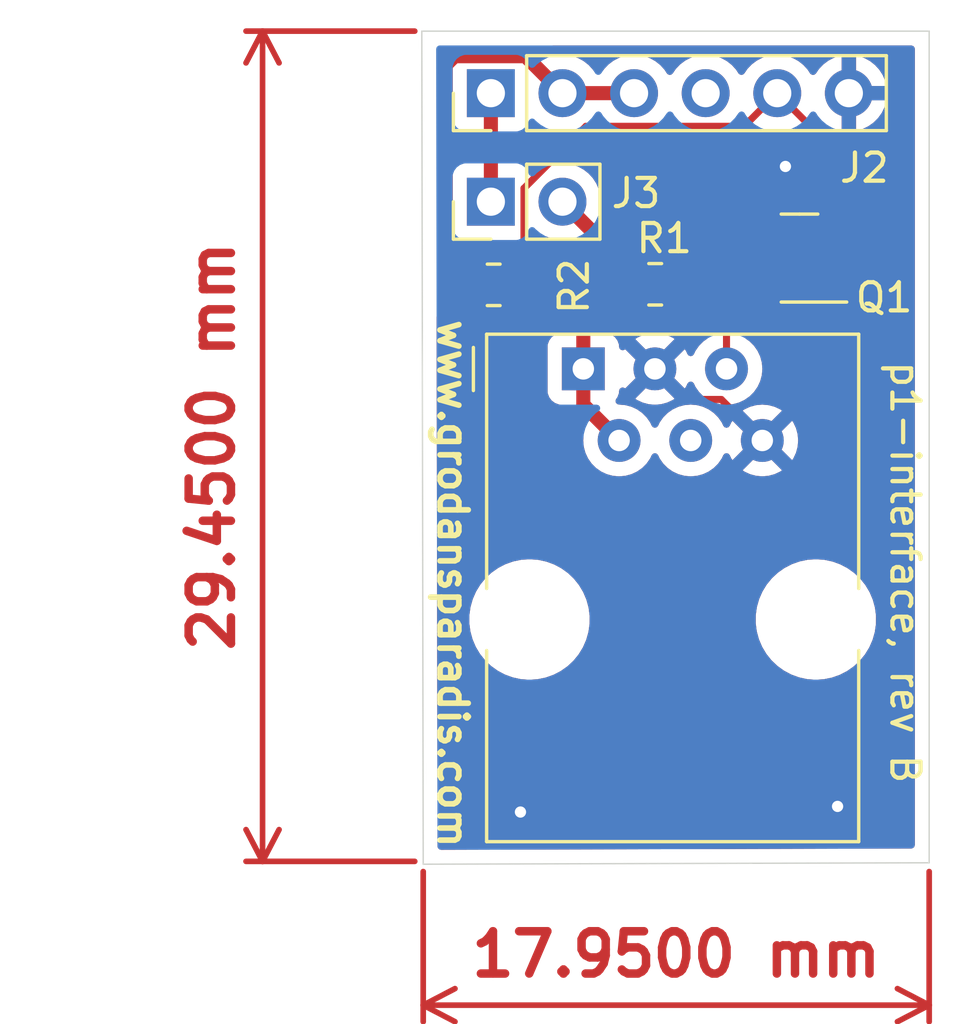
<source format=kicad_pcb>
(kicad_pcb (version 20211014) (generator pcbnew)
  (layers (0 "F.Cu" signal) (31 "B.Cu" signal) (34 "B.Paste" user) (35 "F.Paste" user) (36 "B.SilkS" user "B.Silkscreen") (37 "F.SilkS" user "F.Silkscreen") (38 "B.Mask" user) (39 "F.Mask" user) (44 "Edge.Cuts" user))
  (net 0 "")
  (net 1 "+5V")
  (net 2 "GND")
  (net 4 "Net-(J1-Pad5)")
  (net 5 "Net-(J2-Pad1)")
  (net 6 "+3V3")
  (net 8 "/rx")
  (footprint "Connector_PinHeader_2.54mm:PinHeader_1x06_P2.54mm_Vertical" (layer "F.Cu") (at 128.75 62.75 90)
    (fp_text reference "J2" (at -2.65 13.25 180) (layer "F.SilkS"))
    (fp_text value "Conn_01x06" hide)
    (fp_line (start -1.33 14.03) (end 1.33 14.03) (layer "F.SilkS") (width 0.12))
    (fp_line (start -1.33 1.27) (end 1.33 1.27) (layer "F.SilkS") (width 0.12))
    (fp_line (start -1.33 0) (end -1.33 -1.33) (layer "F.SilkS") (width 0.12))
    (fp_line (start -1.33 1.27) (end -1.33 14.03) (layer "F.SilkS") (width 0.12))
    (fp_line (start 1.33 1.27) (end 1.33 14.03) (layer "F.SilkS") (width 0.12))
    (fp_line (start -1.33 -1.33) (end 0 -1.33) (layer "F.SilkS") (width 0.12))
    (pad "1" thru_hole rect (at 0 0 90) (size 1.7 1.7) (drill 1) (layers *.Cu *.Mask) (net 5 "Net-(J2-Pad1)"))
    (pad "2" thru_hole oval (at 0 2.54 90) (size 1.7 1.7) (drill 1) (layers *.Cu *.Mask) (net 6 "+3V3"))
    (pad "3" thru_hole oval (at 0 5.08 90) (size 1.7 1.7) (drill 1) (layers *.Cu *.Mask) (net 6 "+3V3"))
    (pad "4" thru_hole oval (at 0 7.62 90) (size 1.7 1.7) (drill 1) (layers *.Cu *.Mask))
    (pad "5" thru_hole oval (at 0 10.16 90) (size 1.7 1.7) (drill 1) (layers *.Cu *.Mask) (net 8 "/rx"))
    (pad "6" thru_hole oval (at 0 12.7 90) (size 1.7 1.7) (drill 1) (layers *.Cu *.Mask) (net 2 "GND"))
  )
  (footprint "Connector_RJ:RJ12_Amphenol_54601" (layer "F.Cu") (at 132.03 72.53)
    (fp_text reference "J1" hide)
    (fp_text value "P1 Connector" hide)
    (fp_line (start -3.9 0.77) (end -3.9 -0.76) (layer "F.SilkS") (width 0.12))
    (fp_line (start -3.43 7.72) (end -3.43 7.79) (layer "F.SilkS") (width 0.1))
    (fp_line (start 9.77 16.65) (end 9.77 16.77) (layer "F.SilkS") (width 0.1))
    (fp_line (start 9.77 16.77) (end -3.43 16.77) (layer "F.SilkS") (width 0.12))
    (fp_line (start -3.43 7.79) (end -3.43 -1.23) (layer "F.SilkS") (width 0.12))
    (fp_line (start -3.43 -1.23) (end 9.77 -1.23) (layer "F.SilkS") (width 0.12))
    (fp_line (start 9.77 -1.23) (end 9.77 7.79) (layer "F.SilkS") (width 0.12))
    (fp_line (start -3.43 16.77) (end -3.43 9.99) (layer "F.SilkS") (width 0.12))
    (fp_line (start 9.77 16.76) (end 9.77 16.77) (layer "F.SilkS") (width 0.1))
    (fp_line (start 9.77 16.77) (end 9.77 9.99) (layer "F.SilkS") (width 0.12))
    (pad "" np_thru_hole circle (at 8.25 8.89) (size 3.25 3.25) (drill 3.25) (layers *.Cu *.Mask))
    (pad "" np_thru_hole circle (at -1.91 8.89) (size 3.25 3.25) (drill 3.25) (layers *.Cu *.Mask))
    (pad "1" thru_hole rect (at 0 0) (size 1.52 1.52) (drill 0.76) (layers *.Cu *.Mask) (net 1 "+5V"))
    (pad "2" thru_hole circle (at 1.27 2.54) (size 1.52 1.52) (drill 0.76) (layers *.Cu *.Mask) (net 1 "+5V"))
    (pad "3" thru_hole circle (at 2.54 0) (size 1.52 1.52) (drill 0.76) (layers *.Cu *.Mask) (net 2 "GND"))
    (pad "4" thru_hole circle (at 3.81 2.54) (size 1.52 1.52) (drill 0.76) (layers *.Cu *.Mask))
    (pad "5" thru_hole circle (at 5.08 0) (size 1.52 1.52) (drill 0.76) (layers *.Cu *.Mask) (net 4 "Net-(J1-Pad5)"))
    (pad "6" thru_hole circle (at 6.35 2.54) (size 1.52 1.52) (drill 0.76) (layers *.Cu *.Mask) (net 2 "GND"))
  )
  (footprint "Package_TO_SOT_SMD:SOT-23" (layer "F.Cu") (at 139.7 68.6 180)
    (fp_text reference "Q1" (at -3 -1.4 180) (layer "F.SilkS"))
    (fp_text value "BC847" hide)
    (fp_line (start 0 -1.56) (end 0.65 -1.56) (layer "F.SilkS") (width 0.12))
    (fp_line (start 0 1.56) (end -0.65 1.56) (layer "F.SilkS") (width 0.12))
    (fp_line (start 0 1.56) (end 0.65 1.56) (layer "F.SilkS") (width 0.12))
    (fp_line (start 0 -1.56) (end -1.675 -1.56) (layer "F.SilkS") (width 0.12))
    (pad "1" smd roundrect (at -0.9375 -0.95 180) (size 1.475 0.6) (layers "F.Cu" "F.Paste" "F.Mask") (net 4 "Net-(J1-Pad5)"))
    (pad "2" smd roundrect (at -0.9375 0.95 180) (size 1.475 0.6) (layers "F.Cu" "F.Paste" "F.Mask") (net 2 "GND"))
    (pad "3" smd roundrect (at 0.9375 0 180) (size 1.475 0.6) (layers "F.Cu" "F.Paste" "F.Mask") (net 8 "/rx"))
  )
  (footprint "Resistor_SMD:R_0805_2012Metric_Pad1.20x1.40mm_HandSolder" (layer "F.Cu") (at 134.58 69.53 180)
    (fp_text reference "R1" (at -0.32 1.63) (layer "F.SilkS"))
    (fp_text value "4k7" hide)
    (fp_line (start -0.227064 0.735) (end 0.227064 0.735) (layer "F.SilkS") (width 0.12))
    (fp_line (start -0.227064 -0.735) (end 0.227064 -0.735) (layer "F.SilkS") (width 0.12))
    (pad "1" smd roundrect (at -1 0 180) (size 1.2 1.4) (layers "F.Cu" "F.Paste" "F.Mask") (roundrect_rratio 0.2083333333) (net 4 "Net-(J1-Pad5)"))
    (pad "2" smd roundrect (at 1 0 180) (size 1.2 1.4) (layers "F.Cu" "F.Paste" "F.Mask") (roundrect_rratio 0.2083333333) (net 1 "+5V"))
  )
  (footprint "Connector_PinHeader_2.54mm:PinHeader_1x02_P2.54mm_Vertical" (layer "F.Cu") (at 128.75 66.6 90)
    (fp_text reference "J3" (at 0.3 5.15 180) (layer "F.SilkS"))
    (fp_text value "Conn_01x02" hide)
    (fp_line (start 1.33 1.27) (end 1.33 3.87) (layer "F.SilkS") (width 0.12))
    (fp_line (start -1.33 0) (end -1.33 -1.33) (layer "F.SilkS") (width 0.12))
    (fp_line (start -1.33 3.87) (end 1.33 3.87) (layer "F.SilkS") (width 0.12))
    (fp_line (start -1.33 1.27) (end -1.33 3.87) (layer "F.SilkS") (width 0.12))
    (fp_line (start -1.33 -1.33) (end 0 -1.33) (layer "F.SilkS") (width 0.12))
    (fp_line (start -1.33 1.27) (end 1.33 1.27) (layer "F.SilkS") (width 0.12))
    (pad "1" thru_hole rect (at 0 0 90) (size 1.7 1.7) (drill 1) (layers *.Cu *.Mask) (net 5 "Net-(J2-Pad1)"))
    (pad "2" thru_hole oval (at 0 2.54 90) (size 1.7 1.7) (drill 1) (layers *.Cu *.Mask) (net 1 "+5V"))
  )
  (footprint "Resistor_SMD:R_0805_2012Metric_Pad1.20x1.40mm_HandSolder" (layer "F.Cu") (at 128.85 69.55 180)
    (fp_text reference "R2" (at -2.85 -0.05 90) (layer "F.SilkS"))
    (fp_text value "10k" hide)
    (fp_line (start -0.227064 0.735) (end 0.227064 0.735) (layer "F.SilkS") (width 0.12))
    (fp_line (start -0.227064 -0.735) (end 0.227064 -0.735) (layer "F.SilkS") (width 0.12))
    (pad "1" smd roundrect (at -1 0 180) (size 1.2 1.4) (layers "F.Cu" "F.Paste" "F.Mask") (roundrect_rratio 0.2083333333) (net 8 "/rx"))
    (pad "2" smd roundrect (at 1 0 180) (size 1.2 1.4) (layers "F.Cu" "F.Paste" "F.Mask") (roundrect_rratio 0.2083333333) (net 6 "+3V3"))
  )
  (gr_line (start 126.35 90.1) (end 144.3 90.05) (layer "Edge.Cuts") (width 0.05))
  (gr_line (start 144.3 60.55) (end 126.3 60.55) (layer "Edge.Cuts") (width 0.05))
  (gr_line (start 144.3 90.05) (end 144.3 60.55) (layer "Edge.Cuts") (width 0.05))
  (gr_line (start 126.3 60.55) (end 126.35 90.1) (layer "Edge.Cuts") (width 0.05))
  (gr_text "www.grodansparadis.com" (at 127.4 80.15 -90) (layer "F.SilkS") (effects (font (size 1 1) (thickness 0.2))))
  (gr_text "p1-interface, rev B" (at 143.45 79.75 270) (layer "F.SilkS") (effects (font (size 1 1))))
  (dimension (type aligned) (layer "F.Cu") (pts (xy 126.35 89.861162) (xy 144.3 89.861162)) (height 5.238838) (gr_text "17,9500 mm" (at 135.325 93.3) (layer "F.Cu") (effects (font (size 1.5 1.5) (thickness 0.3)))) (format (units 3) (units_format 1) (precision 4)) (style (thickness 0.2) (arrow_length 1.27) (text_position_mode 0) (extension_height 0.58642) (extension_offset 0.5) keep_text_aligned))
  (dimension (type aligned) (layer "F.Cu") (pts (xy 126.549926 90) (xy 126.549926 60.55)) (height -5.899926) (gr_text "29,4500 mm" (at 118.85 75.275 90) (layer "F.Cu") (effects (font (size 1.5 1.5) (thickness 0.3)))) (format (units 3) (units_format 1) (precision 4)) (style (thickness 0.2) (arrow_length 1.27) (text_position_mode 0) (extension_height 0.58642) (extension_offset 0.5) keep_text_aligned))
  (segment (start 132.03 72.53) (end 132.03 73.8) (width 0.5) (layer "F.Cu") (net 1))
  (segment (start 132.03 72.53) (end 132.03 71.08) (width 0.5) (layer "F.Cu") (net 1))
  (segment (start 131.29 66.6) (end 133.58 68.89) (width 0.5) (layer "F.Cu") (net 1))
  (segment (start 132.03 73.8) (end 133.3 75.07) (width 0.5) (layer "F.Cu") (net 1))
  (segment (start 133.58 68.89) (end 133.58 69.53) (width 0.25) (layer "F.Cu") (net 1))
  (segment (start 132.03 71.08) (end 133.58 69.53) (width 0.5) (layer "F.Cu") (net 1))
  (segment (start 134.57 72.53) (end 135.654511 73.614511) (width 0.25) (layer "F.Cu") (net 2))
  (segment (start 135.654511 73.614511) (end 136.924511 73.614511) (width 0.25) (layer "F.Cu") (net 2))
  (segment (start 136.924511 73.614511) (end 138.38 75.07) (width 0.25) (layer "F.Cu") (net 2))
  (via (at 129.8 88.25) (size 0.8) (drill 0.4) (layers "F.Cu" "B.Cu") (net 2))
  (via (at 139.2 65.35) (size 0.8) (drill 0.4) (layers "F.Cu" "B.Cu") (net 2))
  (via (at 141.05 88.05) (size 0.8) (drill 0.4) (layers "F.Cu" "B.Cu") (net 2))
  (segment (start 137.11 71.06) (end 137.11 72.53) (width 0.25) (layer "F.Cu") (net 4))
  (segment (start 140.6375 69.55) (end 138.62 69.55) (width 0.25) (layer "F.Cu") (net 4))
  (segment (start 135.58 69.53) (end 137.11 71.06) (width 0.25) (layer "F.Cu") (net 4))
  (segment (start 138.62 69.55) (end 137.11 71.06) (width 0.25) (layer "F.Cu") (net 4))
  (segment (start 128.75 62.75) (end 128.75 66.6) (width 0.5) (layer "F.Cu") (net 5))
  (segment (start 127.15 61.750978) (end 127.15 68.85) (width 0.5) (layer "F.Cu") (net 6))
  (segment (start 131.29 62.75) (end 133.83 62.75) (width 0.5) (layer "F.Cu") (net 6))
  (segment (start 130.09 61.55) (end 130.09 61.44) (width 0.5) (layer "F.Cu") (net 6))
  (segment (start 130.09 61.55) (end 131.29 62.75) (width 0.5) (layer "F.Cu") (net 6))
  (segment (start 127.15 68.85) (end 127.85 69.55) (width 0.5) (layer "F.Cu") (net 6))
  (segment (start 130.09 61.44) (end 127.460978 61.44) (width 0.5) (layer "F.Cu") (net 6))
  (segment (start 127.460978 61.44) (end 127.15 61.750978) (width 0.5) (layer "F.Cu") (net 6))
  (segment (start 129.85 69.55) (end 129.924511 69.475489) (width 0.25) (layer "F.Cu") (net 8))
  (segment (start 137.735489 63.924511) (end 138.91 62.75) (width 0.25) (layer "F.Cu") (net 8))
  (segment (start 129.924511 66.125489) (end 132.125489 63.924511) (width 0.25) (layer "F.Cu") (net 8))
  (segment (start 142.734511 66.574511) (end 138.91 62.75) (width 0.25) (layer "F.Cu") (net 8))
  (segment (start 129.924511 69.475489) (end 129.924511 66.125489) (width 0.25) (layer "F.Cu") (net 8))
  (segment (start 132.125489 63.924511) (end 137.735489 63.924511) (width 0.25) (layer "F.Cu") (net 8))
  (segment (start 142.734511 68.225489) (end 142.36 68.6) (width 0.25) (layer "F.Cu") (net 8))
  (segment (start 142.36 68.6) (end 138.7625 68.6) (width 0.25) (layer "F.Cu") (net 8))
  (segment (start 142.734511 68.225489) (end 142.734511 66.574511) (width 0.25) (layer "F.Cu") (net 8))
  (zone (net 2) (net_name "GND") (layer "F.Cu") (connect_pads (clearance 0.508)) (min_thickness 0.254) (fill yes (thermal_gap 0.508) (thermal_bridge_width 0.508))
    (polygon (pts (xy 145 90.45) (xy 125.25 90.35) (xy 125.4 59.95) (xy 125.4 60.05) (xy 145.1 59.95)))
  )
  (zone (net 2) (net_name "GND") (layer "B.Cu") (connect_pads (clearance 0.508)) (min_thickness 0.254) (fill yes (thermal_gap 0.508) (thermal_bridge_width 0.508))
    (polygon (pts (xy 146.049779 90.845737) (xy 124.349779 90.795737) (xy 123.849779 61.245737) (xy 124.299779 59.545737) (xy 145.849779 59.445737)))
  )
)
</source>
